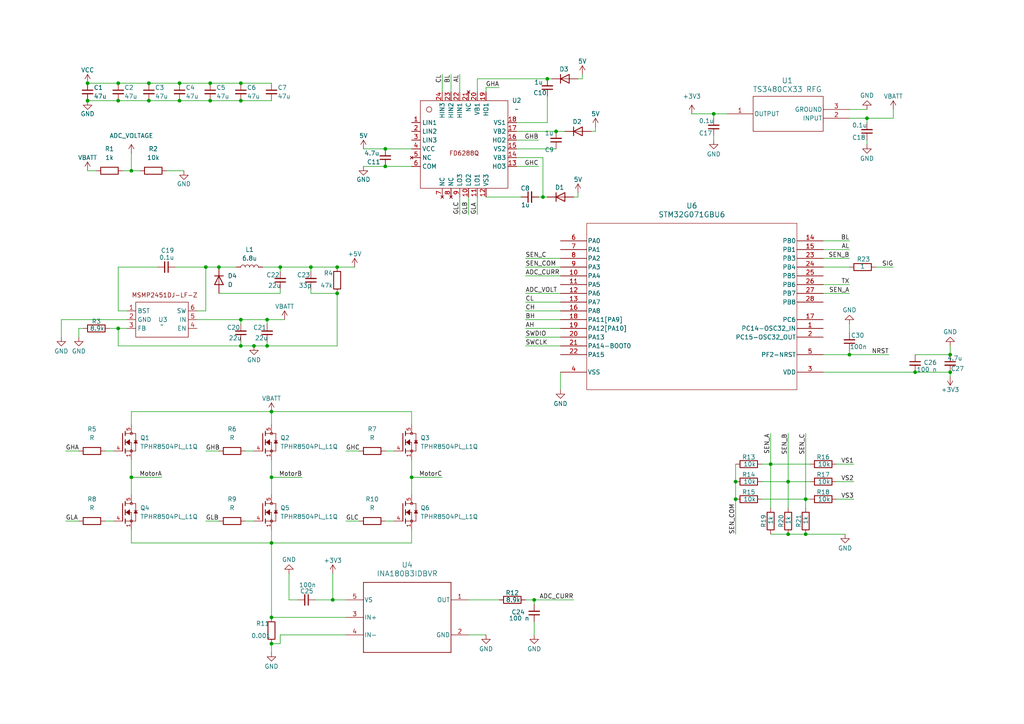
<source format=kicad_sch>
(kicad_sch (version 20250114) (generator "eeschema") (generator_version "9.0")
  (paper "A4")
  (title_block (title "AM32 G071") (date "2026-02-15") (rev "A"))
  (junction (at 78.74 179.07))
  (junction (at 34.29 95.25))
  (junction (at 63.5 77.47))
  (junction (at 43.18 29.21))
  (junction (at 43.18 24.13))
  (junction (at 96.52 173.99))
  (junction (at 78.74 119.38))
  (junction (at 111.76 43.18))
  (junction (at 157.48 57.15))
  (junction (at 223.52 134.62))
  (junction (at 158.75 22.86))
  (junction (at 154.94 173.99))
  (junction (at 233.68 144.78))
  (junction (at 25.4 24.13))
  (junction (at 246.38 102.87))
  (junction (at 207.01 33.02))
  (junction (at 228.6 154.94))
  (junction (at 69.85 29.21))
  (junction (at 213.36 144.78))
  (junction (at 52.07 24.13))
  (junction (at 213.36 139.7))
  (junction (at 77.47 100.33))
  (junction (at 69.85 92.71))
  (junction (at 78.74 186.69))
  (junction (at 161.29 38.1))
  (junction (at 69.85 24.13))
  (junction (at 228.6 139.7))
  (junction (at 52.07 29.21))
  (junction (at 81.28 77.47))
  (junction (at 90.17 77.47))
  (junction (at 59.69 77.47))
  (junction (at 38.1 138.43))
  (junction (at 78.74 157.48))
  (junction (at 275.59 107.95))
  (junction (at 34.29 24.13))
  (junction (at 265.43 107.95))
  (junction (at 60.96 24.13))
  (junction (at 77.47 92.71))
  (junction (at 97.79 77.47))
  (junction (at 60.96 29.21))
  (junction (at 34.29 29.21))
  (junction (at 275.59 102.87))
  (junction (at 78.74 138.43))
  (junction (at 111.76 48.26))
  (junction (at 251.46 34.29))
  (junction (at 38.1 49.53))
  (junction (at 119.38 138.43))
  (junction (at 97.79 85.09))
  (junction (at 25.4 29.21))
  (junction (at 69.85 100.33))
  (junction (at 73.66 100.33))
  (junction (at 233.68 154.94))
  (wire (pts (xy 152.4 97.79) (xy 162.56 97.79)))
  (wire (pts (xy 25.4 49.53) (xy 27.94 49.53)))
  (wire (pts (xy 223.52 134.62) (xy 223.52 147.32)))
  (wire (pts (xy 34.29 77.47) (xy 45.72 77.47)))
  (wire (pts (xy 73.66 100.33) (xy 77.47 100.33)))
  (wire (pts (xy 34.29 95.25) (xy 36.83 95.25)))
  (wire (pts (xy 119.38 138.43) (xy 128.27 138.43)))
  (wire (pts (xy 19.05 151.13) (xy 22.86 151.13)))
  (wire (pts (xy 119.38 119.38) (xy 78.74 119.38)))
  (wire (pts (xy 133.35 57.15) (xy 133.35 62.23)))
  (wire (pts (xy 238.76 72.39) (xy 246.38 72.39)))
  (wire (pts (xy 257.81 102.87) (xy 246.38 102.87)))
  (wire (pts (xy 78.74 119.38) (xy 78.74 123.19)))
  (wire (pts (xy 43.18 24.13) (xy 52.07 24.13)))
  (wire (pts (xy 135.89 184.15) (xy 140.97 184.15)))
  (wire (pts (xy 77.47 100.33) (xy 97.79 100.33)))
  (wire (pts (xy 43.18 29.21) (xy 52.07 29.21)))
  (wire (pts (xy 119.38 123.19) (xy 119.38 119.38)))
  (wire (pts (xy 71.12 130.81) (xy 73.66 130.81)))
  (wire (pts (xy 152.4 100.33) (xy 162.56 100.33)))
  (wire (pts (xy 207.01 33.02) (xy 210.82 33.02)))
  (wire (pts (xy 156.21 57.15) (xy 157.48 57.15)))
  (wire (pts (xy 31.75 95.25) (xy 34.29 95.25)))
  (wire (pts (xy 275.59 102.87) (xy 275.59 100.33)))
  (wire (pts (xy 152.4 90.17) (xy 162.56 90.17)))
  (wire (pts (xy 38.1 133.35) (xy 38.1 138.43)))
  (wire (pts (xy 34.29 95.25) (xy 34.29 100.33)))
  (wire (pts (xy 228.6 125.73) (xy 228.6 139.7)))
  (wire (pts (xy 152.4 85.09) (xy 162.56 85.09)))
  (wire (pts (xy 52.07 24.13) (xy 60.96 24.13)))
  (wire (pts (xy 238.76 77.47) (xy 246.38 77.47)))
  (wire (pts (xy 238.76 85.09) (xy 246.38 85.09)))
  (wire (pts (xy 52.07 29.21) (xy 60.96 29.21)))
  (wire (pts (xy 34.29 90.17) (xy 34.29 77.47)))
  (wire (pts (xy 152.4 173.99) (xy 154.94 173.99)))
  (wire (pts (xy 78.74 153.67) (xy 78.74 157.48)))
  (wire (pts (xy 220.98 139.7) (xy 228.6 139.7)))
  (wire (pts (xy 242.57 139.7) (xy 247.65 139.7)))
  (wire (pts (xy 81.28 85.09) (xy 81.28 83.82)))
  (wire (pts (xy 30.48 151.13) (xy 33.02 151.13)))
  (wire (pts (xy 36.83 90.17) (xy 34.29 90.17)))
  (wire (pts (xy 167.64 57.15) (xy 167.64 55.88)))
  (wire (pts (xy 78.74 186.69) (xy 78.74 189.23)))
  (wire (pts (xy 111.76 130.81) (xy 114.3 130.81)))
  (wire (pts (xy 259.08 34.29) (xy 259.08 31.75)))
  (wire (pts (xy 233.68 144.78) (xy 233.68 147.32)))
  (wire (pts (xy 25.4 29.21) (xy 34.29 29.21)))
  (wire (pts (xy 158.75 27.94) (xy 158.75 35.56)))
  (wire (pts (xy 238.76 69.85) (xy 246.38 69.85)))
  (wire (pts (xy 138.43 22.86) (xy 158.75 22.86)))
  (wire (pts (xy 97.79 77.47) (xy 102.87 77.47)))
  (wire (pts (xy 60.96 29.21) (xy 69.85 29.21)))
  (wire (pts (xy 17.78 92.71) (xy 36.83 92.71)))
  (wire (pts (xy 246.38 34.29) (xy 251.46 34.29)))
  (wire (pts (xy 71.12 151.13) (xy 73.66 151.13)))
  (wire (pts (xy 77.47 92.71) (xy 82.55 92.71)))
  (wire (pts (xy 149.86 40.64) (xy 156.21 40.64)))
  (wire (pts (xy 19.05 130.81) (xy 22.86 130.81)))
  (wire (pts (xy 242.57 144.78) (xy 247.65 144.78)))
  (wire (pts (xy 130.81 26.67) (xy 130.81 21.59)))
  (wire (pts (xy 171.45 38.1) (xy 172.72 38.1)))
  (wire (pts (xy 238.76 107.95) (xy 265.43 107.95)))
  (wire (pts (xy 158.75 57.15) (xy 157.48 57.15)))
  (wire (pts (xy 275.59 102.87) (xy 265.43 102.87)))
  (wire (pts (xy 69.85 100.33) (xy 73.66 100.33)))
  (wire (pts (xy 111.76 151.13) (xy 114.3 151.13)))
  (wire (pts (xy 38.1 153.67) (xy 38.1 157.48)))
  (wire (pts (xy 34.29 29.21) (xy 43.18 29.21)))
  (wire (pts (xy 138.43 26.67) (xy 138.43 22.86)))
  (wire (pts (xy 59.69 151.13) (xy 63.5 151.13)))
  (wire (pts (xy 59.69 77.47) (xy 63.5 77.47)))
  (wire (pts (xy 172.72 38.1) (xy 172.72 36.83)))
  (wire (pts (xy 128.27 26.67) (xy 128.27 21.59)))
  (wire (pts (xy 57.15 92.71) (xy 69.85 92.71)))
  (wire (pts (xy 78.74 157.48) (xy 119.38 157.48)))
  (wire (pts (xy 38.1 119.38) (xy 78.74 119.38)))
  (wire (pts (xy 35.56 49.53) (xy 38.1 49.53)))
  (wire (pts (xy 233.68 144.78) (xy 234.95 144.78)))
  (wire (pts (xy 69.85 92.71) (xy 77.47 92.71)))
  (wire (pts (xy 78.74 138.43) (xy 78.74 143.51)))
  (wire (pts (xy 135.89 173.99) (xy 144.78 173.99)))
  (wire (pts (xy 246.38 102.87) (xy 238.76 102.87)))
  (wire (pts (xy 140.97 25.4) (xy 144.78 25.4)))
  (wire (pts (xy 140.97 26.67) (xy 140.97 25.4)))
  (wire (pts (xy 246.38 102.87) (xy 246.38 101.6)))
  (wire (pts (xy 69.85 99.06) (xy 69.85 100.33)))
  (wire (pts (xy 78.74 133.35) (xy 78.74 138.43)))
  (wire (pts (xy 246.38 96.52) (xy 246.38 93.98)))
  (wire (pts (xy 207.01 34.29) (xy 207.01 33.02)))
  (wire (pts (xy 78.74 157.48) (xy 78.74 179.07)))
  (wire (pts (xy 111.76 48.26) (xy 119.38 48.26)))
  (wire (pts (xy 69.85 24.13) (xy 78.74 24.13)))
  (wire (pts (xy 168.91 22.86) (xy 168.91 21.59)))
  (wire (pts (xy 77.47 93.98) (xy 77.47 92.71)))
  (wire (pts (xy 275.59 107.95) (xy 265.43 107.95)))
  (wire (pts (xy 22.86 95.25) (xy 22.86 97.79)))
  (wire (pts (xy 152.4 74.93) (xy 162.56 74.93)))
  (wire (pts (xy 154.94 180.34) (xy 154.94 184.15)))
  (wire (pts (xy 213.36 154.94) (xy 213.36 144.78)))
  (wire (pts (xy 96.52 173.99) (xy 100.33 173.99)))
  (wire (pts (xy 228.6 139.7) (xy 228.6 147.32)))
  (wire (pts (xy 149.86 45.72) (xy 157.48 45.72)))
  (wire (pts (xy 149.86 43.18) (xy 161.29 43.18)))
  (wire (pts (xy 251.46 35.56) (xy 251.46 34.29)))
  (wire (pts (xy 57.15 90.17) (xy 59.69 90.17)))
  (wire (pts (xy 149.86 35.56) (xy 158.75 35.56)))
  (wire (pts (xy 242.57 134.62) (xy 247.65 134.62)))
  (wire (pts (xy 63.5 85.09) (xy 81.28 85.09)))
  (wire (pts (xy 149.86 38.1) (xy 161.29 38.1)))
  (wire (pts (xy 81.28 77.47) (xy 90.17 77.47)))
  (wire (pts (xy 167.64 22.86) (xy 168.91 22.86)))
  (wire (pts (xy 138.43 57.15) (xy 138.43 62.23)))
  (wire (pts (xy 69.85 93.98) (xy 69.85 92.71)))
  (wire (pts (xy 105.41 43.18) (xy 111.76 43.18)))
  (wire (pts (xy 24.13 95.25) (xy 22.86 95.25)))
  (wire (pts (xy 91.44 173.99) (xy 96.52 173.99)))
  (wire (pts (xy 246.38 31.75) (xy 251.46 31.75)))
  (wire (pts (xy 220.98 144.78) (xy 233.68 144.78)))
  (wire (pts (xy 152.4 92.71) (xy 162.56 92.71)))
  (wire (pts (xy 223.52 134.62) (xy 234.95 134.62)))
  (wire (pts (xy 213.36 134.62) (xy 213.36 139.7)))
  (wire (pts (xy 77.47 99.06) (xy 77.47 100.33)))
  (wire (pts (xy 38.1 123.19) (xy 38.1 119.38)))
  (wire (pts (xy 157.48 45.72) (xy 157.48 57.15)))
  (wire (pts (xy 59.69 77.47) (xy 50.8 77.47)))
  (wire (pts (xy 76.2 77.47) (xy 81.28 77.47)))
  (wire (pts (xy 152.4 95.25) (xy 162.56 95.25)))
  (wire (pts (xy 25.4 24.13) (xy 34.29 24.13)))
  (wire (pts (xy 17.78 92.71) (xy 17.78 97.79)))
  (wire (pts (xy 90.17 83.82) (xy 90.17 85.09)))
  (wire (pts (xy 207.01 40.64) (xy 207.01 39.37)))
  (wire (pts (xy 34.29 24.13) (xy 43.18 24.13)))
  (wire (pts (xy 238.76 82.55) (xy 246.38 82.55)))
  (wire (pts (xy 81.28 77.47) (xy 81.28 78.74)))
  (wire (pts (xy 78.74 179.07) (xy 100.33 179.07)))
  (wire (pts (xy 161.29 38.1) (xy 163.83 38.1)))
  (wire (pts (xy 81.28 184.15) (xy 81.28 186.69)))
  (wire (pts (xy 38.1 138.43) (xy 38.1 143.51)))
  (wire (pts (xy 97.79 100.33) (xy 97.79 85.09)))
  (wire (pts (xy 111.76 43.18) (xy 119.38 43.18)))
  (wire (pts (xy 119.38 138.43) (xy 119.38 143.51)))
  (wire (pts (xy 223.52 154.94) (xy 228.6 154.94)))
  (wire (pts (xy 60.96 24.13) (xy 69.85 24.13)))
  (wire (pts (xy 63.5 77.47) (xy 68.58 77.47)))
  (wire (pts (xy 275.59 109.22) (xy 275.59 107.95)))
  (wire (pts (xy 83.82 173.99) (xy 86.36 173.99)))
  (wire (pts (xy 69.85 29.21) (xy 78.74 29.21)))
  (wire (pts (xy 38.1 157.48) (xy 78.74 157.48)))
  (wire (pts (xy 59.69 90.17) (xy 59.69 77.47)))
  (wire (pts (xy 83.82 166.37) (xy 83.82 173.99)))
  (wire (pts (xy 200.66 33.02) (xy 207.01 33.02)))
  (wire (pts (xy 152.4 77.47) (xy 162.56 77.47)))
  (wire (pts (xy 152.4 80.01) (xy 162.56 80.01)))
  (wire (pts (xy 81.28 186.69) (xy 78.74 186.69)))
  (wire (pts (xy 251.46 41.91) (xy 251.46 40.64)))
  (wire (pts (xy 154.94 173.99) (xy 154.94 175.26)))
  (wire (pts (xy 96.52 166.37) (xy 96.52 173.99)))
  (wire (pts (xy 228.6 154.94) (xy 233.68 154.94)))
  (wire (pts (xy 105.41 48.26) (xy 111.76 48.26)))
  (wire (pts (xy 220.98 134.62) (xy 223.52 134.62)))
  (wire (pts (xy 30.48 130.81) (xy 33.02 130.81)))
  (wire (pts (xy 38.1 138.43) (xy 46.99 138.43)))
  (wire (pts (xy 233.68 125.73) (xy 233.68 144.78)))
  (wire (pts (xy 166.37 57.15) (xy 167.64 57.15)))
  (wire (pts (xy 152.4 87.63) (xy 162.56 87.63)))
  (wire (pts (xy 119.38 133.35) (xy 119.38 138.43)))
  (wire (pts (xy 135.89 57.15) (xy 135.89 62.23)))
  (wire (pts (xy 34.29 100.33) (xy 69.85 100.33)))
  (wire (pts (xy 59.69 130.81) (xy 63.5 130.81)))
  (wire (pts (xy 38.1 44.45) (xy 38.1 49.53)))
  (wire (pts (xy 228.6 139.7) (xy 234.95 139.7)))
  (wire (pts (xy 90.17 85.09) (xy 97.79 85.09)))
  (wire (pts (xy 119.38 157.48) (xy 119.38 153.67)))
  (wire (pts (xy 251.46 34.29) (xy 259.08 34.29)))
  (wire (pts (xy 254 77.47) (xy 259.08 77.47)))
  (wire (pts (xy 100.33 151.13) (xy 104.14 151.13)))
  (wire (pts (xy 90.17 77.47) (xy 97.79 77.47)))
  (wire (pts (xy 238.76 74.93) (xy 246.38 74.93)))
  (wire (pts (xy 48.26 49.53) (xy 53.34 49.53)))
  (wire (pts (xy 162.56 107.95) (xy 162.56 113.03)))
  (wire (pts (xy 38.1 49.53) (xy 40.64 49.53)))
  (wire (pts (xy 90.17 78.74) (xy 90.17 77.47)))
  (wire (pts (xy 140.97 57.15) (xy 151.13 57.15)))
  (wire (pts (xy 233.68 154.94) (xy 245.11 154.94)))
  (wire (pts (xy 100.33 184.15) (xy 81.28 184.15)))
  (wire (pts (xy 158.75 22.86) (xy 160.02 22.86)))
  (wire (pts (xy 166.37 173.99) (xy 154.94 173.99)))
  (wire (pts (xy 149.86 48.26) (xy 156.21 48.26)))
  (wire (pts (xy 133.35 26.67) (xy 133.35 21.59)))
  (wire (pts (xy 78.74 138.43) (xy 87.63 138.43)))
  (wire (pts (xy 100.33 130.81) (xy 104.14 130.81)))
  (wire (pts (xy 223.52 125.73) (xy 223.52 134.62)))
  (wire (pts (xy 213.36 139.7) (xy 213.36 144.78)))
  (label "SWDIO" (at 152.4 97.79 0))
  (label "SEN_C" (at 233.68 125.73 270))
  (label "SEN_B" (at 228.6 125.73 270))
  (label "MotorB" (at 87.63 138.43 180))
  (label "AH" (at 152.4 95.25 0))
  (label "ADC_VOLT" (at 152.4 85.09 0))
  (label "VS1" (at 247.65 134.62 180))
  (label "BH" (at 152.4 92.71 0))
  (label "ADC_CURR" (at 152.4 80.01 0))
  (label "GHC" (at 156.21 48.26 180))
  (label "SEN_A" (at 223.52 125.73 270))
  (label "VS3" (at 247.65 144.78 180))
  (label "GLB" (at 59.69 151.13 0))
  (label "BL" (at 130.81 21.59 270))
  (label "AL" (at 246.38 72.39 180))
  (label "SEN_C" (at 152.4 74.93 0))
  (label "SEN_B" (at 246.38 74.93 180))
  (label "GLC" (at 133.35 62.23 90))
  (label "SIG" (at 259.08 77.47 180))
  (label "SEN_COM" (at 152.4 77.47 0))
  (label "GHC" (at 100.33 130.81 0))
  (label "CH" (at 152.4 90.17 0))
  (label "GHA" (at 19.05 130.81 0))
  (label "GHA" (at 144.78 25.4 180))
  (label "ADC_CURR" (at 166.37 173.99 180))
  (label "SEN_COM" (at 213.36 154.94 90))
  (label "GHB" (at 156.21 40.64 180))
  (label "GLC" (at 100.33 151.13 0))
  (label "MotorC" (at 128.27 138.43 180))
  (label "BL" (at 246.38 69.85 180))
  (label "SWCLK" (at 152.4 100.33 0))
  (label "MotorA" (at 46.99 138.43 180))
  (label "SEN_A" (at 246.38 85.09 180))
  (label "GHB" (at 59.69 130.81 0))
  (label "GLA" (at 19.05 151.13 0))
  (label "CL" (at 128.27 21.59 270))
  (label "GLB" (at 135.89 62.23 90))
  (label "VS2" (at 247.65 139.7 180))
  (label "TX" (at 246.38 82.55 180))
  (label "GLA" (at 138.43 62.23 90))
  (label "NRST" (at 257.81 102.87 180))
  (label "CL" (at 152.4 87.63 0))
  (label "AL" (at 133.35 21.59 270))
  (symbol (lib_id "Device:R") (at 97.79 81.28 180) (unit 1)
    (property "Reference" "R4" (at 95.25 79.248 0))
    (property "Value" "47k" (at 94.742 82.804 0))
    (property "Description" "Resistor" (effects (hide yes)))
  )
  (symbol (lib_id "power:+3V3") (at 96.52 166.37 0) (unit 1)
    (property "Reference" "#PWR031" (effects (hide yes)))
    (property "Value" "+3V3" (at 96.52 162.56 0))
    (property "Description" "Power symbol creates a global label with name \"+3V3\"" (effects (hide yes)))
  )
  (symbol (lib_id "Device:R") (at 27.94 95.25 90) (unit 1)
    (property "Reference" "R3" (at 27.94 93.218 90))
    (property "Value" "8.9k" (at 28.194 95.25 90))
    (property "Description" "Resistor" (effects (hide yes)))
  )
  (symbol (lib_id "2026-02-15_06-25-54:TS3480CX33_RFG") (at 210.82 33.02 0) (unit 1)
    (property "Reference" "U1" (at 228.346 23.368 0) (effects (font (size 1.524 1.524))))
    (property "Value" "TS3480CX33 RFG" (at 228.346 25.908 0) (effects (font (size 1.524 1.524))))
    (property "Footprint" "SOT23_TS3480_TWS" (effects (hide yes)))
    (property "Datasheet" "TS3480CX33 RFG" (effects (hide yes)))
  )
  (symbol (lib_id "Device:R") (at 107.95 130.81 90) (unit 1)
    (property "Reference" "R7" (at 107.95 124.46 90))
    (property "Value" "R" (at 107.95 127 90))
    (property "Description" "Resistor" (effects (hide yes)))
  )
  (symbol (lib_id "Device:D") (at 63.5 81.28 270) (unit 1)
    (property "Reference" "D4" (at 66.04 80.0099 90) (effects (justify left)))
    (property "Value" "D" (at 66.04 82.5499 90) (effects (justify left)))
    (property "Description" "Diode" (effects (hide yes)))
    (property "Sim.Device" "D" (effects (hide yes)))
    (property "Sim.Pins" "1=K 2=A" (effects (hide yes)))
  )
  (symbol (lib_id "PCM_SparkFun-PowerSymbol:5V") (at 102.87 77.47 0) (unit 1)
    (property "Reference" "#PWR025" (effects (hide yes)))
    (property "Value" "+5V" (at 102.87 73.66 0))
    (property "Description" "Power symbol creates a global label with name \"5V\"" (effects (hide yes)))
  )
  (symbol (lib_id "PCM_SparkFun-Capacitor:C") (at 111.76 45.72 180) (unit 1)
    (property "Reference" "C11" (at 106.426 46.99 0) (effects (justify right)))
    (property "Value" "4.7u" (at 105.664 44.45 0) (effects (justify right)))
    (property "Footprint" "PCM_SparkFun-Capacitor:C_0603_1608Metric" (effects (hide yes)))
    (property "Datasheet" "https://cdn.sparkfun.com/assets/8/a/4/a/5/Kemet_Capacitor_Datasheet.pdf" (effects (hide yes)))
    (property "Description" "Unpolarized capacitor" (effects (hide yes)))
    (property "PROD_ID" "CAP-00000" (effects (hide yes)))
    (property "Voltage" "1kV" (effects (hide yes)))
    (property "Tolerance" "100%" (effects (hide yes)))
  )
  (symbol (lib_id "Device:R") (at 26.67 130.81 90) (unit 1)
    (property "Reference" "R5" (at 26.67 124.46 90))
    (property "Value" "R" (at 26.67 127 90))
    (property "Description" "Resistor" (effects (hide yes)))
  )
  (symbol (lib_id "PCM_SparkFun-PowerSymbol:GND") (at 154.94 184.15 0) (unit 1)
    (property "Reference" "#PWR026" (effects (hide yes)))
    (property "Value" "GND" (at 154.94 188.214 0))
    (property "Description" "Power symbol creates a global label with name \"GND\" , ground" (effects (hide yes)))
  )
  (symbol (lib_id "PCM_SparkFun-Capacitor:C") (at 246.38 99.06 180) (unit 1)
    (property "Reference" "C30" (at 250.698 97.282 0) (effects (justify left)))
    (property "Value" "100n" (at 251.46 100.584 0) (effects (justify left)))
    (property "Footprint" "PCM_SparkFun-Capacitor:C_0603_1608Metric" (effects (hide yes)))
    (property "Datasheet" "https://cdn.sparkfun.com/assets/8/a/4/a/5/Kemet_Capacitor_Datasheet.pdf" (effects (hide yes)))
    (property "Description" "Unpolarized capacitor" (effects (hide yes)))
    (property "PROD_ID" "CAP-00000" (effects (hide yes)))
    (property "Voltage" "1kV" (effects (hide yes)))
    (property "Tolerance" "100%" (effects (hide yes)))
  )
  (symbol (lib_id "Device:R") (at 238.76 134.62 90) (unit 1)
    (property "Reference" "R16" (at 238.76 132.588 90))
    (property "Value" "10k" (at 239.014 134.62 90))
    (property "Description" "Resistor" (effects (hide yes)))
  )
  (symbol (lib_id "Device:D") (at 167.64 38.1 0) (unit 1)
    (property "Reference" "D2" (at 167.386 35.306 0))
    (property "Value" "D" (effects (hide yes)))
    (property "Description" "Diode" (effects (hide yes)))
    (property "Sim.Device" "D" (effects (hide yes)))
    (property "Sim.Pins" "1=K 2=A" (effects (hide yes)))
  )
  (symbol (lib_id "PCM_SparkFun-Capacitor:C") (at 161.29 40.64 180) (unit 1)
    (property "Reference" "C9" (at 157.988 43.434 0) (effects (justify right)))
    (property "Value" "1u" (at 157.988 38.608 0) (effects (justify right)))
    (property "Footprint" "PCM_SparkFun-Capacitor:C_0603_1608Metric" (effects (hide yes)))
    (property "Datasheet" "https://cdn.sparkfun.com/assets/8/a/4/a/5/Kemet_Capacitor_Datasheet.pdf" (effects (hide yes)))
    (property "Description" "Unpolarized capacitor" (effects (hide yes)))
    (property "PROD_ID" "CAP-00000" (effects (hide yes)))
    (property "Voltage" "1kV" (effects (hide yes)))
    (property "Tolerance" "100%" (effects (hide yes)))
  )
  (symbol (lib_id "PCM_SparkFun-PowerSymbol:GND") (at 245.11 154.94 0) (unit 1)
    (property "Reference" "#PWR032" (effects (hide yes)))
    (property "Value" "GND" (at 245.11 159.004 0))
    (property "Description" "Power symbol creates a global label with name \"GND\" , ground" (effects (hide yes)))
  )
  (symbol (lib_id "TPHR8504PL_L1Q:TPHR8504PL_L1Q") (at 78.74 148.59 0) (unit 1)
    (property "Reference" "Q5" (at 81.28 147.3199 0) (effects (justify left)))
    (property "Value" "TPHR8504PL_L1Q" (at 81.28 149.8599 0) (effects (justify left)))
    (property "Footprint" "TPHR8504PL_L1Q:TRANS_TPHR8504PL_L1Q" (effects (hide yes)))
    (property "MF" "Toshiba Semiconductor" (effects (hide yes)))
    (property "Description_1" "N-Channel 40 V 150A (Tc) 1W (Ta), 170W (Tc) Surface Mount 8-SOP Advance (5x5)" (effects (hide yes)))
    (property "Package" "SOP-8 Toshiba" (effects (hide yes)))
    (property "Price" "None" (effects (hide yes)))
    (property "Check_prices" "https://www.snapeda.com/parts/TPHR8504PL,L1Q/Toshiba/view-part/?ref=eda" (effects (hide yes)))
    (property "STANDARD" "Manufacturer Recommendations" (effects (hide yes)))
    (property "PARTREV" "3" (effects (hide yes)))
    (property "SnapEDA_Link" "https://www.snapeda.com/parts/TPHR8504PL,L1Q/Toshiba/view-part/?ref=snap" (effects (hide yes)))
    (property "MP" "TPHR8504PL,L1Q" (effects (hide yes)))
    (property "Availability" "In Stock" (effects (hide yes)))
    (property "MANUFACTURER" "TOSHIBA" (effects (hide yes)))
  )
  (symbol (lib_id "PCM_SparkFun-PowerSymbol:GND") (at 22.86 97.79 0) (unit 1)
    (property "Reference" "#PWR021" (effects (hide yes)))
    (property "Value" "GND" (at 22.86 101.854 0))
    (property "Description" "Power symbol creates a global label with name \"GND\" , ground" (effects (hide yes)))
  )
  (symbol (lib_id "Device:R") (at 238.76 139.7 90) (unit 1)
    (property "Reference" "R17" (at 238.76 137.668 90))
    (property "Value" "10k" (at 239.014 139.7 90))
    (property "Description" "Resistor" (effects (hide yes)))
  )
  (symbol (lib_id "Device:R") (at 238.76 144.78 90) (unit 1)
    (property "Reference" "R18" (at 238.76 142.748 90))
    (property "Value" "10k" (at 239.014 144.78 90))
    (property "Description" "Resistor" (effects (hide yes)))
  )
  (symbol (lib_id "PCM_SparkFun-PowerSymbol:VBATT") (at 82.55 92.71 0) (unit 1)
    (property "Reference" "#PWR024" (effects (hide yes)))
    (property "Value" "VBATT" (at 82.55 88.9 0))
    (property "Description" "Power symbol creates a global label with name \"VBATT\"" (effects (hide yes)))
  )
  (symbol (lib_id "PCM_SparkFun-PowerSymbol:VBATT") (at 78.74 119.38 0) (unit 1)
    (property "Reference" "#PWR027" (effects (hide yes)))
    (property "Value" "VBATT" (at 78.74 115.57 0))
    (property "Description" "Power symbol creates a global label with name \"VBATT\"" (effects (hide yes)))
  )
  (symbol (lib_id "PCM_SparkFun-PowerSymbol:5V") (at 105.41 43.18 0) (unit 1)
    (property "Reference" "#PWR09" (effects (hide yes)))
    (property "Value" "5V" (at 105.41 39.37 0))
    (property "Description" "Power symbol creates a global label with name \"5V\"" (effects (hide yes)))
  )
  (symbol (lib_id "PCM_SparkFun-PowerSymbol:GND") (at 73.66 100.33 0) (unit 1)
    (property "Reference" "#PWR023" (effects (hide yes)))
    (property "Value" "GND" (at 73.66 104.394 0))
    (property "Description" "Power symbol creates a global label with name \"GND\" , ground" (effects (hide yes)))
  )
  (symbol (lib_id "PCM_SparkFun-PowerSymbol:GND") (at 162.56 113.03 0) (unit 1)
    (property "Reference" "#PWR034" (effects (hide yes)))
    (property "Value" "GND" (at 162.56 117.094 0))
    (property "Description" "Power symbol creates a global label with name \"GND\" , ground" (effects (hide yes)))
  )
  (symbol (lib_id "PCM_SparkFun-PowerSymbol:GND") (at 17.78 97.79 0) (unit 1)
    (property "Reference" "#PWR022" (effects (hide yes)))
    (property "Value" "GND" (at 17.78 101.854 0))
    (property "Description" "Power symbol creates a global label with name \"GND\" , ground" (effects (hide yes)))
  )
  (symbol (lib_id "PCM_SparkFun-PowerSymbol:GND") (at 246.38 93.98 180) (unit 1)
    (property "Reference" "#PWR039" (effects (hide yes)))
    (property "Value" "GND" (at 246.38 89.916 0))
    (property "Description" "Power symbol creates a global label with name \"GND\" , ground" (effects (hide yes)))
  )
  (symbol (lib_id "PCM_SparkFun-PowerSymbol:GND") (at 140.97 184.15 0) (unit 1)
    (property "Reference" "#PWR028" (effects (hide yes)))
    (property "Value" "GND" (at 140.97 188.214 0))
    (property "Description" "Power symbol creates a global label with name \"GND\" , ground" (effects (hide yes)))
  )
  (symbol (lib_id "Device:R") (at 26.67 151.13 90) (unit 1)
    (property "Reference" "R8" (at 26.67 144.78 90))
    (property "Value" "R" (at 26.67 147.32 90))
    (property "Description" "Resistor" (effects (hide yes)))
  )
  (symbol (lib_id "PCM_SparkFun-PowerSymbol:GND") (at 78.74 189.23 0) (unit 1)
    (property "Reference" "#PWR029" (effects (hide yes)))
    (property "Value" "GND" (at 78.74 193.294 0))
    (property "Description" "Power symbol creates a global label with name \"GND\" , ground" (effects (hide yes)))
  )
  (symbol (lib_id "Device:R") (at 67.31 151.13 90) (unit 1)
    (property "Reference" "R9" (at 67.31 144.78 90))
    (property "Value" "R" (at 67.31 147.32 90))
    (property "Description" "Resistor" (effects (hide yes)))
  )
  (symbol (lib_id "Device:R") (at 31.75 49.53 270) (unit 1)
    (property "Reference" "R1" (at 31.75 43.18 90))
    (property "Value" "1k" (at 31.75 45.72 90))
    (property "Description" "Resistor" (effects (hide yes)))
  )
  (symbol (lib_id "PCM_SparkFun-Capacitor:C") (at 81.28 81.28 180) (unit 1)
    (property "Reference" "C22" (at 77.216 79.756 0) (effects (justify right)))
    (property "Value" "22u" (at 77.724 82.804 0) (effects (justify right)))
    (property "Footprint" "PCM_SparkFun-Capacitor:C_0603_1608Metric" (effects (hide yes)))
    (property "Datasheet" "https://cdn.sparkfun.com/assets/8/a/4/a/5/Kemet_Capacitor_Datasheet.pdf" (effects (hide yes)))
    (property "Description" "Unpolarized capacitor" (effects (hide yes)))
    (property "PROD_ID" "CAP-00000" (effects (hide yes)))
    (property "Voltage" "1kV" (effects (hide yes)))
    (property "Tolerance" "100%" (effects (hide yes)))
  )
  (symbol (lib_id "MSMP2451DJ-LF-Z:MSMP2451DJ-LF-Z") (at 46.99 92.71 0) (unit 1)
    (property "Reference" "U3" (at 47.244 92.71 0))
    (property "Value" "~" (at 46.99 94.234 0))
  )
  (symbol (lib_name "C_4") (lib_id "PCM_SparkFun-Capacitor:C") (at 25.4 26.67 0) (unit 1)
    (property "Reference" "C1" (at 27.178 25.4 0) (effects (justify left)))
    (property "Value" "47u" (at 27.178 27.94 0) (effects (justify left)))
    (property "Footprint" "PCM_SparkFun-Capacitor:C_0603_1608Metric" (effects (hide yes)))
    (property "Datasheet" "https://cdn.sparkfun.com/assets/8/a/4/a/5/Kemet_Capacitor_Datasheet.pdf" (effects (hide yes)))
    (property "Description" "Unpolarized capacitor" (effects (hide yes)))
    (property "PROD_ID" "CAP-00000" (effects (hide yes)))
    (property "Voltage" "1kV" (effects (hide yes)))
    (property "Tolerance" "100%" (effects (hide yes)))
  )
  (symbol (lib_id "Device:R") (at 44.45 49.53 270) (unit 1)
    (property "Reference" "R2" (at 44.45 43.18 90))
    (property "Value" "10k" (at 44.45 45.72 90))
    (property "Description" "Resistor" (effects (hide yes)))
  )
  (symbol (lib_id "PCM_SparkFun-Capacitor:C") (at 251.46 38.1 180) (unit 1)
    (property "Reference" "C18" (at 247.142 39.878 0) (effects (justify right)))
    (property "Value" "0.1u" (at 247.142 36.322 0) (effects (justify right)))
    (property "Footprint" "PCM_SparkFun-Capacitor:C_0603_1608Metric" (effects (hide yes)))
    (property "Datasheet" "https://cdn.sparkfun.com/assets/8/a/4/a/5/Kemet_Capacitor_Datasheet.pdf" (effects (hide yes)))
    (property "Description" "Unpolarized capacitor" (effects (hide yes)))
    (property "PROD_ID" "CAP-00000" (effects (hide yes)))
    (property "Voltage" "1kV" (effects (hide yes)))
    (property "Tolerance" "100%" (effects (hide yes)))
  )
  (symbol (lib_id "Device:D") (at 163.83 22.86 0) (unit 1)
    (property "Reference" "D3" (at 163.576 20.066 0))
    (property "Value" "D" (effects (hide yes)))
    (property "Description" "Diode" (effects (hide yes)))
    (property "Sim.Device" "D" (effects (hide yes)))
    (property "Sim.Pins" "1=K 2=A" (effects (hide yes)))
  )
  (symbol (lib_id "PCM_SparkFun-PowerSymbol:VBATT") (at 259.08 31.75 0) (unit 1)
    (property "Reference" "#PWR019" (effects (hide yes)))
    (property "Value" "VBATT" (at 259.08 27.94 0))
    (property "Description" "Power symbol creates a global label with name \"VBATT\"" (effects (hide yes)))
  )
  (symbol (lib_name "C_1") (lib_id "PCM_SparkFun-Capacitor:C") (at 60.96 26.67 0) (unit 1)
    (property "Reference" "C5" (at 62.738 25.4 0) (effects (justify left)))
    (property "Value" "47u" (at 62.738 27.94 0) (effects (justify left)))
    (property "Footprint" "PCM_SparkFun-Capacitor:C_0603_1608Metric" (effects (hide yes)))
    (property "Datasheet" "https://cdn.sparkfun.com/assets/8/a/4/a/5/Kemet_Capacitor_Datasheet.pdf" (effects (hide yes)))
    (property "Description" "Unpolarized capacitor" (effects (hide yes)))
    (property "PROD_ID" "CAP-00000" (effects (hide yes)))
    (property "Voltage" "1kV" (effects (hide yes)))
    (property "Tolerance" "100%" (effects (hide yes)))
  )
  (symbol (lib_id "PCM_SparkFun-Capacitor:C") (at 77.47 96.52 180) (unit 1)
    (property "Reference" "C21" (at 73.406 94.996 0) (effects (justify right)))
    (property "Value" "22u" (at 73.914 98.044 0) (effects (justify right)))
    (property "Footprint" "PCM_SparkFun-Capacitor:C_0603_1608Metric" (effects (hide yes)))
    (property "Datasheet" "https://cdn.sparkfun.com/assets/8/a/4/a/5/Kemet_Capacitor_Datasheet.pdf" (effects (hide yes)))
    (property "Description" "Unpolarized capacitor" (effects (hide yes)))
    (property "PROD_ID" "CAP-00000" (effects (hide yes)))
    (property "Voltage" "1kV" (effects (hide yes)))
    (property "Tolerance" "100%" (effects (hide yes)))
  )
  (symbol (lib_id "PCM_SparkFun-Capacitor:C") (at 88.9 173.99 270) (unit 1)
    (property "Reference" "C25" (at 90.932 171.45 90) (effects (justify right)))
    (property "Value" "100n" (at 91.694 169.672 90) (effects (justify right)))
    (property "Footprint" "PCM_SparkFun-Capacitor:C_0603_1608Metric" (effects (hide yes)))
    (property "Datasheet" "https://cdn.sparkfun.com/assets/8/a/4/a/5/Kemet_Capacitor_Datasheet.pdf" (effects (hide yes)))
    (property "Description" "Unpolarized capacitor" (effects (hide yes)))
    (property "PROD_ID" "CAP-00000" (effects (hide yes)))
    (property "Voltage" "1kV" (effects (hide yes)))
    (property "Tolerance" "100%" (effects (hide yes)))
  )
  (symbol (lib_id "Device:R") (at 78.74 182.88 180) (unit 1)
    (property "Reference" "R11" (at 76.2 180.848 0))
    (property "Value" "0.001" (at 75.692 184.404 0))
    (property "Description" "Resistor" (effects (hide yes)))
  )
  (symbol (lib_id "Device:R") (at 107.95 151.13 90) (unit 1)
    (property "Reference" "R10" (at 107.95 144.78 90))
    (property "Value" "R" (at 107.95 147.32 90))
    (property "Description" "Resistor" (effects (hide yes)))
  )
  (symbol (lib_id "Device:R") (at 217.17 139.7 90) (unit 1)
    (property "Reference" "R14" (at 217.17 137.668 90))
    (property "Value" "10k" (at 217.424 139.7 90))
    (property "Description" "Resistor" (effects (hide yes)))
  )
  (symbol (lib_id "PCM_SparkFun-Capacitor:C") (at 275.59 105.41 0) (unit 1)
    (property "Reference" "C27" (at 279.654 106.934 0) (effects (justify right)))
    (property "Value" "4.7u" (at 279.146 103.886 0) (effects (justify right)))
    (property "Footprint" "PCM_SparkFun-Capacitor:C_0603_1608Metric" (effects (hide yes)))
    (property "Datasheet" "https://cdn.sparkfun.com/assets/8/a/4/a/5/Kemet_Capacitor_Datasheet.pdf" (effects (hide yes)))
    (property "Description" "Unpolarized capacitor" (effects (hide yes)))
    (property "PROD_ID" "CAP-00000" (effects (hide yes)))
    (property "Voltage" "1kV" (effects (hide yes)))
    (property "Tolerance" "100%" (effects (hide yes)))
  )
  (symbol (lib_id "power:+3V3") (at 275.59 109.22 180) (unit 1)
    (property "Reference" "#PWR038" (effects (hide yes)))
    (property "Value" "+3V3" (at 275.59 113.03 0))
    (property "Description" "Power symbol creates a global label with name \"+3V3\"" (effects (hide yes)))
  )
  (symbol (lib_id "PCM_SparkFun-PowerSymbol:5V") (at 168.91 21.59 0) (unit 1)
    (property "Reference" "#PWR08" (effects (hide yes)))
    (property "Value" "5V" (at 168.91 17.78 0))
    (property "Description" "Power symbol creates a global label with name \"5V\"" (effects (hide yes)))
  )
  (symbol (lib_name "C_5") (lib_id "PCM_SparkFun-Capacitor:C") (at 69.85 26.67 0) (unit 1)
    (property "Reference" "C6" (at 71.628 25.4 0) (effects (justify left)))
    (property "Value" "47u" (at 71.628 27.94 0) (effects (justify left)))
    (property "Footprint" "PCM_SparkFun-Capacitor:C_0603_1608Metric" (effects (hide yes)))
    (property "Datasheet" "https://cdn.sparkfun.com/assets/8/a/4/a/5/Kemet_Capacitor_Datasheet.pdf" (effects (hide yes)))
    (property "Description" "Unpolarized capacitor" (effects (hide yes)))
    (property "PROD_ID" "CAP-00000" (effects (hide yes)))
    (property "Voltage" "1kV" (effects (hide yes)))
    (property "Tolerance" "100%" (effects (hide yes)))
  )
  (symbol (lib_id "PCM_SparkFun-PowerSymbol:VCC") (at 25.4 24.13 0) (unit 1)
    (property "Reference" "#PWR02" (effects (hide yes)))
    (property "Value" "VCC" (at 25.4 20.32 0))
    (property "Description" "Power symbol creates a global label with name \"VCC\"" (effects (hide yes)))
  )
  (symbol (lib_id "TPHR8504PL_L1Q:TPHR8504PL_L1Q") (at 38.1 148.59 0) (unit 1)
    (property "Reference" "Q4" (at 40.64 147.3199 0) (effects (justify left)))
    (property "Value" "TPHR8504PL_L1Q" (at 40.64 149.8599 0) (effects (justify left)))
    (property "Footprint" "TPHR8504PL_L1Q:TRANS_TPHR8504PL_L1Q" (effects (hide yes)))
    (property "MF" "Toshiba Semiconductor" (effects (hide yes)))
    (property "Description_1" "N-Channel 40 V 150A (Tc) 1W (Ta), 170W (Tc) Surface Mount 8-SOP Advance (5x5)" (effects (hide yes)))
    (property "Package" "SOP-8 Toshiba" (effects (hide yes)))
    (property "Price" "None" (effects (hide yes)))
    (property "Check_prices" "https://www.snapeda.com/parts/TPHR8504PL,L1Q/Toshiba/view-part/?ref=eda" (effects (hide yes)))
    (property "STANDARD" "Manufacturer Recommendations" (effects (hide yes)))
    (property "PARTREV" "3" (effects (hide yes)))
    (property "SnapEDA_Link" "https://www.snapeda.com/parts/TPHR8504PL,L1Q/Toshiba/view-part/?ref=snap" (effects (hide yes)))
    (property "MP" "TPHR8504PL,L1Q" (effects (hide yes)))
    (property "Availability" "In Stock" (effects (hide yes)))
    (property "MANUFACTURER" "TOSHIBA" (effects (hide yes)))
  )
  (symbol (lib_id "PCM_SparkFun-PowerSymbol:GND") (at 207.01 40.64 0) (unit 1)
    (property "Reference" "#PWR016" (effects (hide yes)))
    (property "Value" "GND" (at 207.01 44.704 0))
    (property "Description" "Power symbol creates a global label with name \"GND\" , ground" (effects (hide yes)))
  )
  (symbol (lib_id "Device:R") (at 67.31 130.81 90) (unit 1)
    (property "Reference" "R6" (at 67.31 124.46 90))
    (property "Value" "R" (at 67.31 127 90))
    (property "Description" "Resistor" (effects (hide yes)))
  )
  (symbol (lib_id "PCM_SparkFun-Capacitor:C") (at 154.94 177.8 180) (unit 1)
    (property "Reference" "C24" (at 148.336 177.546 0) (effects (justify right)))
    (property "Value" "100 n" (at 147.574 179.324 0) (effects (justify right)))
    (property "Footprint" "PCM_SparkFun-Capacitor:C_0603_1608Metric" (effects (hide yes)))
    (property "Datasheet" "https://cdn.sparkfun.com/assets/8/a/4/a/5/Kemet_Capacitor_Datasheet.pdf" (effects (hide yes)))
    (property "Description" "Unpolarized capacitor" (effects (hide yes)))
    (property "PROD_ID" "CAP-00000" (effects (hide yes)))
    (property "Voltage" "1kV" (effects (hide yes)))
    (property "Tolerance" "100%" (effects (hide yes)))
  )
  (symbol (lib_name "C_7") (lib_id "PCM_SparkFun-Capacitor:C") (at 43.18 26.67 0) (unit 1)
    (property "Reference" "C3" (at 44.958 25.4 0) (effects (justify left)))
    (property "Value" "47u" (at 44.958 27.94 0) (effects (justify left)))
    (property "Footprint" "PCM_SparkFun-Capacitor:C_0603_1608Metric" (effects (hide yes)))
    (property "Datasheet" "https://cdn.sparkfun.com/assets/8/a/4/a/5/Kemet_Capacitor_Datasheet.pdf" (effects (hide yes)))
    (property "Description" "Unpolarized capacitor" (effects (hide yes)))
    (property "PROD_ID" "CAP-00000" (effects (hide yes)))
    (property "Voltage" "1kV" (effects (hide yes)))
    (property "Tolerance" "100%" (effects (hide yes)))
  )
  (symbol (lib_id "Device:L") (at 72.39 77.47 90) (unit 1)
    (property "Reference" "L1" (at 72.39 72.39 90))
    (property "Value" "6.8u" (at 72.39 74.93 90))
    (property "Description" "Inductor" (effects (hide yes)))
  )
  (symbol (lib_id "TPHR8504PL_L1Q:TPHR8504PL_L1Q") (at 119.38 148.59 0) (unit 1)
    (property "Reference" "Q6" (at 121.92 147.3199 0) (effects (justify left)))
    (property "Value" "TPHR8504PL_L1Q" (at 121.92 149.8599 0) (effects (justify left)))
    (property "Footprint" "TPHR8504PL_L1Q:TRANS_TPHR8504PL_L1Q" (effects (hide yes)))
    (property "MF" "Toshiba Semiconductor" (effects (hide yes)))
    (property "Description_1" "N-Channel 40 V 150A (Tc) 1W (Ta), 170W (Tc) Surface Mount 8-SOP Advance (5x5)" (effects (hide yes)))
    (property "Package" "SOP-8 Toshiba" (effects (hide yes)))
    (property "Price" "None" (effects (hide yes)))
    (property "Check_prices" "https://www.snapeda.com/parts/TPHR8504PL,L1Q/Toshiba/view-part/?ref=eda" (effects (hide yes)))
    (property "STANDARD" "Manufacturer Recommendations" (effects (hide yes)))
    (property "PARTREV" "3" (effects (hide yes)))
    (property "SnapEDA_Link" "https://www.snapeda.com/parts/TPHR8504PL,L1Q/Toshiba/view-part/?ref=snap" (effects (hide yes)))
    (property "MP" "TPHR8504PL,L1Q" (effects (hide yes)))
    (property "Availability" "In Stock" (effects (hide yes)))
    (property "MANUFACTURER" "TOSHIBA" (effects (hide yes)))
  )
  (symbol (lib_id "Device:D") (at 162.56 57.15 0) (unit 1)
    (property "Reference" "D1" (at 162.306 54.356 0))
    (property "Value" "D" (effects (hide yes)))
    (property "Description" "Diode" (effects (hide yes)))
    (property "Sim.Device" "D" (effects (hide yes)))
    (property "Sim.Pins" "1=K 2=A" (effects (hide yes)))
  )
  (symbol (lib_id "PCM_SparkFun-Capacitor:C") (at 153.67 57.15 90) (unit 1)
    (property "Reference" "C8" (at 153.67 54.61 90) (effects (justify left)))
    (property "Value" "1u" (at 153.67 59.436 90) (effects (justify left)))
    (property "Footprint" "PCM_SparkFun-Capacitor:C_0603_1608Metric" (effects (hide yes)))
    (property "Datasheet" "https://cdn.sparkfun.com/assets/8/a/4/a/5/Kemet_Capacitor_Datasheet.pdf" (effects (hide yes)))
    (property "Description" "Unpolarized capacitor" (effects (hide yes)))
    (property "PROD_ID" "CAP-00000" (effects (hide yes)))
    (property "Voltage" "1kV" (effects (hide yes)))
    (property "Tolerance" "100%" (effects (hide yes)))
  )
  (symbol (lib_id "power:+3V3") (at 200.66 33.02 0) (unit 1)
    (property "Reference" "#PWR020" (effects (hide yes)))
    (property "Value" "+3V3" (at 200.66 27.94 0))
    (property "Description" "Power symbol creates a global label with name \"+3V3\"" (effects (hide yes)))
  )
  (symbol (lib_name "C_2") (lib_id "PCM_SparkFun-Capacitor:C") (at 52.07 26.67 0) (unit 1)
    (property "Reference" "C4" (at 53.848 25.4 0) (effects (justify left)))
    (property "Value" "47u" (at 53.848 27.94 0) (effects (justify left)))
    (property "Footprint" "PCM_SparkFun-Capacitor:C_0603_1608Metric" (effects (hide yes)))
    (property "Datasheet" "https://cdn.sparkfun.com/assets/8/a/4/a/5/Kemet_Capacitor_Datasheet.pdf" (effects (hide yes)))
    (property "Description" "Unpolarized capacitor" (effects (hide yes)))
    (property "PROD_ID" "CAP-00000" (effects (hide yes)))
    (property "Voltage" "1kV" (effects (hide yes)))
    (property "Tolerance" "100%" (effects (hide yes)))
  )
  (symbol (lib_id "PCM_SparkFun-PowerSymbol:GND") (at 275.59 100.33 180) (unit 1)
    (property "Reference" "#PWR037" (effects (hide yes)))
    (property "Value" "GND" (at 275.59 96.266 0))
    (property "Description" "Power symbol creates a global label with name \"GND\" , ground" (effects (hide yes)))
  )
  (symbol (lib_id "TPHR8504PL_L1Q:TPHR8504PL_L1Q") (at 78.74 128.27 0) (unit 1)
    (property "Reference" "Q2" (at 81.28 126.9999 0) (effects (justify left)))
    (property "Value" "TPHR8504PL_L1Q" (at 81.28 129.5399 0) (effects (justify left)))
    (property "Footprint" "TPHR8504PL_L1Q:TRANS_TPHR8504PL_L1Q" (effects (hide yes)))
    (property "MF" "Toshiba Semiconductor" (effects (hide yes)))
    (property "Description_1" "N-Channel 40 V 150A (Tc) 1W (Ta), 170W (Tc) Surface Mount 8-SOP Advance (5x5)" (effects (hide yes)))
    (property "Package" "SOP-8 Toshiba" (effects (hide yes)))
    (property "Price" "None" (effects (hide yes)))
    (property "Check_prices" "https://www.snapeda.com/parts/TPHR8504PL,L1Q/Toshiba/view-part/?ref=eda" (effects (hide yes)))
    (property "STANDARD" "Manufacturer Recommendations" (effects (hide yes)))
    (property "PARTREV" "3" (effects (hide yes)))
    (property "SnapEDA_Link" "https://www.snapeda.com/parts/TPHR8504PL,L1Q/Toshiba/view-part/?ref=snap" (effects (hide yes)))
    (property "MP" "TPHR8504PL,L1Q" (effects (hide yes)))
    (property "Availability" "In Stock" (effects (hide yes)))
    (property "MANUFACTURER" "TOSHIBA" (effects (hide yes)))
  )
  (symbol (lib_id "Device:R") (at 233.68 151.13 180) (unit 1)
    (property "Reference" "R21" (at 231.648 151.13 90))
    (property "Value" "1k" (at 233.68 150.876 90))
    (property "Description" "Resistor" (effects (hide yes)))
  )
  (symbol (lib_id "PCM_SparkFun-PowerSymbol:GND") (at 251.46 41.91 0) (unit 1)
    (property "Reference" "#PWR018" (effects (hide yes)))
    (property "Value" "GND" (at 251.46 45.974 0))
    (property "Description" "Power symbol creates a global label with name \"GND\" , ground" (effects (hide yes)))
  )
  (symbol (lib_id "PCM_SparkFun-Capacitor:C") (at 48.26 77.47 270) (unit 1)
    (property "Reference" "C19" (at 50.546 72.644 90) (effects (justify right)))
    (property "Value" "0.1u" (at 50.546 74.676 90) (effects (justify right)))
    (property "Footprint" "PCM_SparkFun-Capacitor:C_0603_1608Metric" (effects (hide yes)))
    (property "Datasheet" "https://cdn.sparkfun.com/assets/8/a/4/a/5/Kemet_Capacitor_Datasheet.pdf" (effects (hide yes)))
    (property "Description" "Unpolarized capacitor" (effects (hide yes)))
    (property "PROD_ID" "CAP-00000" (effects (hide yes)))
    (property "Voltage" "1kV" (effects (hide yes)))
    (property "Tolerance" "100%" (effects (hide yes)))
  )
  (symbol (lib_id "PCM_SparkFun-PowerSymbol:GND") (at 53.34 49.53 0) (unit 1)
    (property "Reference" "#PWR04" (effects (hide yes)))
    (property "Value" "GND" (at 53.34 53.34 0))
    (property "Description" "Power symbol creates a global label with name \"GND\" , ground" (effects (hide yes)))
  )
  (symbol (lib_id "Device:R") (at 148.59 173.99 90) (unit 1)
    (property "Reference" "R12" (at 148.59 171.958 90))
    (property "Value" "8.9k" (at 148.844 173.99 90))
    (property "Description" "Resistor" (effects (hide yes)))
  )
  (symbol (lib_id "PCM_SparkFun-PowerSymbol:GND") (at 83.82 166.37 180) (unit 1)
    (property "Reference" "#PWR030" (effects (hide yes)))
    (property "Value" "GND" (at 83.82 162.306 0))
    (property "Description" "Power symbol creates a global label with name \"GND\" , ground" (effects (hide yes)))
  )
  (symbol (lib_id "PCM_SparkFun-PowerSymbol:GND") (at 105.41 48.26 0) (unit 1)
    (property "Reference" "#PWR010" (effects (hide yes)))
    (property "Value" "GND" (at 105.41 52.07 0))
    (property "Description" "Power symbol creates a global label with name \"GND\" , ground" (effects (hide yes)))
  )
  (symbol (lib_id "Device:R") (at 250.19 77.47 90) (mirror x) (unit 1)
    (property "Reference" "R23" (at 250.444 75.184 90))
    (property "Value" "1" (at 250.19 77.216 90))
    (property "Description" "Resistor" (effects (hide yes)))
  )
  (symbol (lib_id "PCM_SparkFun-PowerSymbol:GND") (at 251.46 31.75 180) (unit 1)
    (property "Reference" "#PWR017" (effects (hide yes)))
    (property "Value" "GND" (at 251.46 27.686 0))
    (property "Description" "Power symbol creates a global label with name \"GND\" , ground" (effects (hide yes)))
  )
  (symbol (lib_name "C_6") (lib_id "PCM_SparkFun-Capacitor:C") (at 78.74 26.67 0) (unit 1)
    (property "Reference" "C7" (at 80.518 25.4 0) (effects (justify left)))
    (property "Value" "47u" (at 80.518 27.94 0) (effects (justify left)))
    (property "Footprint" "PCM_SparkFun-Capacitor:C_0603_1608Metric" (effects (hide yes)))
    (property "Datasheet" "https://cdn.sparkfun.com/assets/8/a/4/a/5/Kemet_Capacitor_Datasheet.pdf" (effects (hide yes)))
    (property "Description" "Unpolarized capacitor" (effects (hide yes)))
    (property "PROD_ID" "CAP-00000" (effects (hide yes)))
    (property "Voltage" "1kV" (effects (hide yes)))
    (property "Tolerance" "100%" (effects (hide yes)))
  )
  (symbol (lib_id "2026-02-15_07-27-51:INA180B3IDBVR") (at 118.11 179.07 0) (unit 1)
    (property "Reference" "U4" (at 118.11 163.83 0) (effects (font (size 1.524 1.524))))
    (property "Value" "INA180B3IDBVR" (at 118.11 166.37 0) (effects (font (size 1.524 1.524))))
    (property "Footprint" "DBV0005A_N" (effects (hide yes)))
    (property "Datasheet" "https://www.ti.com/lit/gpn/ina180" (effects (hide yes)))
  )
  (symbol (lib_id "PCM_SparkFun-Capacitor:C") (at 158.75 25.4 180) (unit 1)
    (property "Reference" "C10" (at 154.686 26.924 0) (effects (justify right)))
    (property "Value" "1u" (at 154.94 23.876 0) (effects (justify right)))
    (property "Footprint" "PCM_SparkFun-Capacitor:C_0603_1608Metric" (effects (hide yes)))
    (property "Datasheet" "https://cdn.sparkfun.com/assets/8/a/4/a/5/Kemet_Capacitor_Datasheet.pdf" (effects (hide yes)))
    (property "Description" "Unpolarized capacitor" (effects (hide yes)))
    (property "PROD_ID" "CAP-00000" (effects (hide yes)))
    (property "Voltage" "1kV" (effects (hide yes)))
    (property "Tolerance" "100%" (effects (hide yes)))
  )
  (symbol (lib_id "PCM_SparkFun-Capacitor:C") (at 69.85 96.52 180) (unit 1)
    (property "Reference" "C20" (at 65.786 94.996 0) (effects (justify right)))
    (property "Value" "22u" (at 66.294 98.044 0) (effects (justify right)))
    (property "Footprint" "PCM_SparkFun-Capacitor:C_0603_1608Metric" (effects (hide yes)))
    (property "Datasheet" "https://cdn.sparkfun.com/assets/8/a/4/a/5/Kemet_Capacitor_Datasheet.pdf" (effects (hide yes)))
    (property "Description" "Unpolarized capacitor" (effects (hide yes)))
    (property "PROD_ID" "CAP-00000" (effects (hide yes)))
    (property "Voltage" "1kV" (effects (hide yes)))
    (property "Tolerance" "100%" (effects (hide yes)))
  )
  (symbol (lib_id "PCM_SparkFun-Capacitor:C") (at 265.43 105.41 0) (unit 1)
    (property "Reference" "C26" (at 271.78 105.156 0) (effects (justify right)))
    (property "Value" "100 n" (at 271.78 107.188 0) (effects (justify right)))
    (property "Footprint" "PCM_SparkFun-Capacitor:C_0603_1608Metric" (effects (hide yes)))
    (property "Datasheet" "https://cdn.sparkfun.com/assets/8/a/4/a/5/Kemet_Capacitor_Datasheet.pdf" (effects (hide yes)))
    (property "Description" "Unpolarized capacitor" (effects (hide yes)))
    (property "PROD_ID" "CAP-00000" (effects (hide yes)))
    (property "Voltage" "1kV" (effects (hide yes)))
    (property "Tolerance" "100%" (effects (hide yes)))
  )
  (symbol (lib_id "power:+3.3VADC") (at 38.1 44.45 0) (unit 1)
    (property "Reference" "#PWR05" (effects (hide yes)))
    (property "Value" "ADC_VOLTAGE" (at 38.1 39.37 0))
    (property "Description" "Power symbol creates a global label with name \"+3.3VADC\"" (effects (hide yes)))
  )
  (symbol (lib_id "PCM_SparkFun-PowerSymbol:VBATT") (at 25.4 49.53 0) (unit 1)
    (property "Reference" "#PWR03" (effects (hide yes)))
    (property "Value" "VBATT" (at 25.4 45.72 0))
    (property "Description" "Power symbol creates a global label with name \"VBATT\"" (effects (hide yes)))
  )
  (symbol (lib_id "TPHR8504PL_L1Q:TPHR8504PL_L1Q") (at 38.1 128.27 0) (unit 1)
    (property "Reference" "Q1" (at 40.64 126.9999 0) (effects (justify left)))
    (property "Value" "TPHR8504PL_L1Q" (at 40.64 129.5399 0) (effects (justify left)))
    (property "Footprint" "TPHR8504PL_L1Q:TRANS_TPHR8504PL_L1Q" (effects (hide yes)))
    (property "MF" "Toshiba Semiconductor" (effects (hide yes)))
    (property "Description_1" "N-Channel 40 V 150A (Tc) 1W (Ta), 170W (Tc) Surface Mount 8-SOP Advance (5x5)" (effects (hide yes)))
    (property "Package" "SOP-8 Toshiba" (effects (hide yes)))
    (property "Price" "None" (effects (hide yes)))
    (property "Check_prices" "https://www.snapeda.com/parts/TPHR8504PL,L1Q/Toshiba/view-part/?ref=eda" (effects (hide yes)))
    (property "STANDARD" "Manufacturer Recommendations" (effects (hide yes)))
    (property "PARTREV" "3" (effects (hide yes)))
    (property "SnapEDA_Link" "https://www.snapeda.com/parts/TPHR8504PL,L1Q/Toshiba/view-part/?ref=snap" (effects (hide yes)))
    (property "MP" "TPHR8504PL,L1Q" (effects (hide yes)))
    (property "Availability" "In Stock" (effects (hide yes)))
    (property "MANUFACTURER" "TOSHIBA" (effects (hide yes)))
  )
  (symbol (lib_id "TPHR8504PL_L1Q:TPHR8504PL_L1Q") (at 119.38 128.27 0) (unit 1)
    (property "Reference" "Q3" (at 121.92 126.9999 0) (effects (justify left)))
    (property "Value" "TPHR8504PL_L1Q" (at 121.92 129.5399 0) (effects (justify left)))
    (property "Footprint" "TPHR8504PL_L1Q:TRANS_TPHR8504PL_L1Q" (effects (hide yes)))
    (property "MF" "Toshiba Semiconductor" (effects (hide yes)))
    (property "Description_1" "N-Channel 40 V 150A (Tc) 1W (Ta), 170W (Tc) Surface Mount 8-SOP Advance (5x5)" (effects (hide yes)))
    (property "Package" "SOP-8 Toshiba" (effects (hide yes)))
    (property "Price" "None" (effects (hide yes)))
    (property "Check_prices" "https://www.snapeda.com/parts/TPHR8504PL,L1Q/Toshiba/view-part/?ref=eda" (effects (hide yes)))
    (property "STANDARD" "Manufacturer Recommendations" (effects (hide yes)))
    (property "PARTREV" "3" (effects (hide yes)))
    (property "SnapEDA_Link" "https://www.snapeda.com/parts/TPHR8504PL,L1Q/Toshiba/view-part/?ref=snap" (effects (hide yes)))
    (property "MP" "TPHR8504PL,L1Q" (effects (hide yes)))
    (property "Availability" "In Stock" (effects (hide yes)))
    (property "MANUFACTURER" "TOSHIBA" (effects (hide yes)))
  )
  (symbol (lib_id "Device:R") (at 223.52 151.13 180) (unit 1)
    (property "Reference" "R19" (at 221.488 151.13 90))
    (property "Value" "1k" (at 223.52 150.876 90))
    (property "Description" "Resistor" (effects (hide yes)))
  )
  (symbol (lib_id "PCM_SparkFun-Capacitor:C") (at 207.01 36.83 180) (unit 1)
    (property "Reference" "C17" (at 202.692 38.608 0) (effects (justify right)))
    (property "Value" "0.1u" (at 202.692 35.052 0) (effects (justify right)))
    (property "Footprint" "PCM_SparkFun-Capacitor:C_0603_1608Metric" (effects (hide yes)))
    (property "Datasheet" "https://cdn.sparkfun.com/assets/8/a/4/a/5/Kemet_Capacitor_Datasheet.pdf" (effects (hide yes)))
    (property "Description" "Unpolarized capacitor" (effects (hide yes)))
    (property "PROD_ID" "CAP-00000" (effects (hide yes)))
    (property "Voltage" "1kV" (effects (hide yes)))
    (property "Tolerance" "100%" (effects (hide yes)))
  )
  (symbol (lib_id "FD6288Q_personal:FD6288Q") (at 134.62 41.91 0) (unit 1)
    (property "Reference" "U2" (at 149.86 29.1398 0))
    (property "Value" "~" (at 149.86 31.6798 0))
  )
  (symbol (lib_name "C_3") (lib_id "PCM_SparkFun-Capacitor:C") (at 34.29 26.67 0) (unit 1)
    (property "Reference" "C2" (at 36.068 25.4 0) (effects (justify left)))
    (property "Value" "47u" (at 36.068 27.94 0) (effects (justify left)))
    (property "Footprint" "PCM_SparkFun-Capacitor:C_0603_1608Metric" (effects (hide yes)))
    (property "Datasheet" "https://cdn.sparkfun.com/assets/8/a/4/a/5/Kemet_Capacitor_Datasheet.pdf" (effects (hide yes)))
    (property "Description" "Unpolarized capacitor" (effects (hide yes)))
    (property "PROD_ID" "CAP-00000" (effects (hide yes)))
    (property "Voltage" "1kV" (effects (hide yes)))
    (property "Tolerance" "100%" (effects (hide yes)))
  )
  (symbol (lib_id "Device:R") (at 217.17 144.78 90) (unit 1)
    (property "Reference" "R15" (at 217.17 142.748 90))
    (property "Value" "10k" (at 217.424 144.78 90))
    (property "Description" "Resistor" (effects (hide yes)))
  )
  (symbol (lib_id "PCM_SparkFun-PowerSymbol:GND") (at 25.4 29.21 0) (unit 1)
    (property "Reference" "#PWR01" (effects (hide yes)))
    (property "Value" "GND" (at 25.4 33.02 0))
    (property "Description" "Power symbol creates a global label with name \"GND\" , ground" (effects (hide yes)))
  )
  (symbol (lib_id "PCM_SparkFun-Capacitor:C") (at 90.17 81.28 180) (unit 1)
    (property "Reference" "C23" (at 86.106 79.756 0) (effects (justify right)))
    (property "Value" "33p" (at 86.614 82.804 0) (effects (justify right)))
    (property "Footprint" "PCM_SparkFun-Capacitor:C_0603_1608Metric" (effects (hide yes)))
    (property "Datasheet" "https://cdn.sparkfun.com/assets/8/a/4/a/5/Kemet_Capacitor_Datasheet.pdf" (effects (hide yes)))
    (property "Description" "Unpolarized capacitor" (effects (hide yes)))
    (property "PROD_ID" "CAP-00000" (effects (hide yes)))
    (property "Voltage" "1kV" (effects (hide yes)))
    (property "Tolerance" "100%" (effects (hide yes)))
  )
  (symbol (lib_id "PCM_SparkFun-PowerSymbol:5V") (at 172.72 36.83 0) (unit 1)
    (property "Reference" "#PWR07" (effects (hide yes)))
    (property "Value" "5V" (at 172.72 33.02 0))
    (property "Description" "Power symbol creates a global label with name \"5V\"" (effects (hide yes)))
  )
  (symbol (lib_id "Device:R") (at 217.17 134.62 90) (unit 1)
    (property "Reference" "R13" (at 217.17 132.588 90))
    (property "Value" "10k" (at 217.424 134.62 90))
    (property "Description" "Resistor" (effects (hide yes)))
  )
  (symbol (lib_id "2026-02-15_08-47-09:STM32G071GBU6") (at 162.56 69.85 0) (unit 1)
    (property "Reference" "U6" (at 200.66 59.69 0) (effects (font (size 1.524 1.524))))
    (property "Value" "STM32G071GBU6" (at 200.66 62.23 0) (effects (font (size 1.524 1.524))))
    (property "Footprint" "UFQFPN-28" (effects (hide yes)))
    (property "Datasheet" "https://www.st.com/resource/en/datasheet/stm32g071c8.pdf" (effects (hide yes)))
  )
  (symbol (lib_id "PCM_SparkFun-PowerSymbol:5V") (at 167.64 55.88 0) (unit 1)
    (property "Reference" "#PWR06" (effects (hide yes)))
    (property "Value" "5V" (at 167.64 52.07 0))
    (property "Description" "Power symbol creates a global label with name \"5V\"" (effects (hide yes)))
  )
  (symbol (lib_id "Device:R") (at 228.6 151.13 180) (unit 1)
    (property "Reference" "R20" (at 226.568 151.13 90))
    (property "Value" "1k" (at 228.6 150.876 90))
    (property "Description" "Resistor" (effects (hide yes)))
  )
)
</source>
